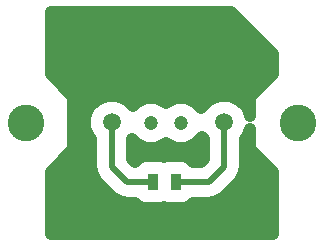
<source format=gbr>
G04 (created by PCBNEW (2013-may-18)-stable) date Пт 28 авг 2015 20:33:06*
%MOIN*%
G04 Gerber Fmt 3.4, Leading zero omitted, Abs format*
%FSLAX34Y34*%
G01*
G70*
G90*
G04 APERTURE LIST*
%ADD10C,0.00393701*%
%ADD11R,0.035X0.055*%
%ADD12C,0.0472441*%
%ADD13C,0.122047*%
%ADD14C,0.0590551*%
%ADD15C,0.019685*%
%ADD16C,0.0393701*%
G04 APERTURE END LIST*
G54D10*
G54D11*
X11990Y-12127D03*
X11240Y-12127D03*
G54D12*
X11174Y-10141D03*
X12174Y-10141D03*
G54D13*
X16060Y-10145D03*
X7005Y-10145D03*
G54D14*
X9865Y-10127D03*
X13615Y-10127D03*
G54D15*
X10365Y-12127D02*
X11240Y-12127D01*
X9865Y-11627D02*
X10365Y-12127D01*
X9865Y-10127D02*
X9865Y-11627D01*
X13115Y-12127D02*
X11990Y-12127D01*
X13615Y-11627D02*
X13115Y-12127D01*
X13615Y-10127D02*
X13615Y-11627D01*
G54D10*
G36*
X12926Y-11342D02*
X12829Y-11438D01*
X12586Y-11438D01*
X12500Y-11352D01*
X12283Y-11262D01*
X12048Y-11261D01*
X11698Y-11261D01*
X11615Y-11296D01*
X11533Y-11262D01*
X11298Y-11261D01*
X10948Y-11261D01*
X10731Y-11351D01*
X10647Y-11435D01*
X10554Y-11342D01*
X10554Y-10691D01*
X10554Y-10690D01*
X10705Y-10841D01*
X11009Y-10967D01*
X11338Y-10968D01*
X11642Y-10842D01*
X11674Y-10810D01*
X11705Y-10841D01*
X12009Y-10967D01*
X12338Y-10968D01*
X12642Y-10842D01*
X12861Y-10623D01*
X12863Y-10628D01*
X12926Y-10691D01*
X12926Y-11342D01*
X12926Y-11342D01*
G37*
G54D16*
X12926Y-11342D02*
X12829Y-11438D01*
X12586Y-11438D01*
X12500Y-11352D01*
X12283Y-11262D01*
X12048Y-11261D01*
X11698Y-11261D01*
X11615Y-11296D01*
X11533Y-11262D01*
X11298Y-11261D01*
X10948Y-11261D01*
X10731Y-11351D01*
X10647Y-11435D01*
X10554Y-11342D01*
X10554Y-10691D01*
X10554Y-10690D01*
X10705Y-10841D01*
X11009Y-10967D01*
X11338Y-10968D01*
X11642Y-10842D01*
X11674Y-10810D01*
X11705Y-10841D01*
X12009Y-10967D01*
X12338Y-10968D01*
X12642Y-10842D01*
X12861Y-10623D01*
X12863Y-10628D01*
X12926Y-10691D01*
X12926Y-11342D01*
G54D10*
G36*
X15243Y-13855D02*
X7822Y-13855D01*
X7822Y-11772D01*
X8579Y-11014D01*
X8579Y-9276D01*
X7822Y-8518D01*
X7822Y-6434D01*
X13834Y-6434D01*
X15243Y-7843D01*
X15243Y-8518D01*
X14485Y-9276D01*
X14485Y-9913D01*
X14366Y-9626D01*
X14117Y-9377D01*
X13792Y-9241D01*
X13439Y-9241D01*
X13114Y-9376D01*
X12864Y-9625D01*
X12853Y-9651D01*
X12643Y-9440D01*
X12339Y-9314D01*
X12010Y-9314D01*
X11706Y-9440D01*
X11674Y-9472D01*
X11643Y-9440D01*
X11339Y-9314D01*
X11010Y-9314D01*
X10706Y-9440D01*
X10568Y-9578D01*
X10367Y-9377D01*
X10042Y-9241D01*
X9689Y-9241D01*
X9364Y-9376D01*
X9114Y-9625D01*
X8979Y-9950D01*
X8979Y-10302D01*
X9113Y-10628D01*
X9176Y-10691D01*
X9176Y-11627D01*
X9228Y-11891D01*
X9378Y-12114D01*
X9878Y-12614D01*
X10101Y-12764D01*
X10365Y-12816D01*
X10644Y-12816D01*
X10730Y-12902D01*
X10947Y-12993D01*
X11182Y-12993D01*
X11532Y-12993D01*
X11615Y-12958D01*
X11697Y-12993D01*
X11932Y-12993D01*
X12282Y-12993D01*
X12499Y-12903D01*
X12586Y-12816D01*
X13115Y-12816D01*
X13379Y-12764D01*
X13602Y-12614D01*
X14102Y-12114D01*
X14251Y-11891D01*
X14304Y-11627D01*
X14304Y-10691D01*
X14365Y-10629D01*
X14485Y-10342D01*
X14485Y-11014D01*
X15243Y-11772D01*
X15243Y-13855D01*
X15243Y-13855D01*
G37*
G54D16*
X15243Y-13855D02*
X7822Y-13855D01*
X7822Y-11772D01*
X8579Y-11014D01*
X8579Y-9276D01*
X7822Y-8518D01*
X7822Y-6434D01*
X13834Y-6434D01*
X15243Y-7843D01*
X15243Y-8518D01*
X14485Y-9276D01*
X14485Y-9913D01*
X14366Y-9626D01*
X14117Y-9377D01*
X13792Y-9241D01*
X13439Y-9241D01*
X13114Y-9376D01*
X12864Y-9625D01*
X12853Y-9651D01*
X12643Y-9440D01*
X12339Y-9314D01*
X12010Y-9314D01*
X11706Y-9440D01*
X11674Y-9472D01*
X11643Y-9440D01*
X11339Y-9314D01*
X11010Y-9314D01*
X10706Y-9440D01*
X10568Y-9578D01*
X10367Y-9377D01*
X10042Y-9241D01*
X9689Y-9241D01*
X9364Y-9376D01*
X9114Y-9625D01*
X8979Y-9950D01*
X8979Y-10302D01*
X9113Y-10628D01*
X9176Y-10691D01*
X9176Y-11627D01*
X9228Y-11891D01*
X9378Y-12114D01*
X9878Y-12614D01*
X10101Y-12764D01*
X10365Y-12816D01*
X10644Y-12816D01*
X10730Y-12902D01*
X10947Y-12993D01*
X11182Y-12993D01*
X11532Y-12993D01*
X11615Y-12958D01*
X11697Y-12993D01*
X11932Y-12993D01*
X12282Y-12993D01*
X12499Y-12903D01*
X12586Y-12816D01*
X13115Y-12816D01*
X13379Y-12764D01*
X13602Y-12614D01*
X14102Y-12114D01*
X14251Y-11891D01*
X14304Y-11627D01*
X14304Y-10691D01*
X14365Y-10629D01*
X14485Y-10342D01*
X14485Y-11014D01*
X15243Y-11772D01*
X15243Y-13855D01*
M02*

</source>
